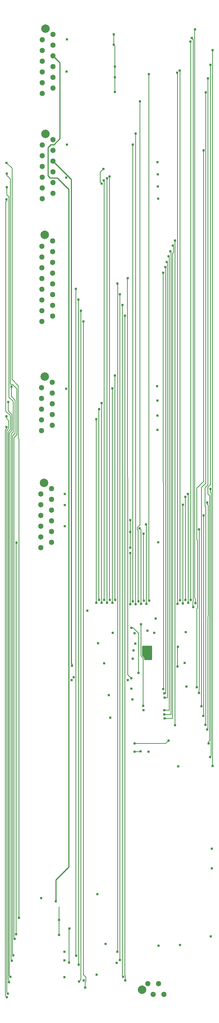
<source format=gbl>
G04 #@! TF.GenerationSoftware,KiCad,Pcbnew,5.1.5-52549c5~84~ubuntu18.04.1*
G04 #@! TF.CreationDate,2020-02-28T12:30:24-05:00*
G04 #@! TF.ProjectId,BMS_peripheral_v2,424d535f-7065-4726-9970-686572616c5f,rev?*
G04 #@! TF.SameCoordinates,Original*
G04 #@! TF.FileFunction,Copper,L4,Bot*
G04 #@! TF.FilePolarity,Positive*
%FSLAX46Y46*%
G04 Gerber Fmt 4.6, Leading zero omitted, Abs format (unit mm)*
G04 Created by KiCad (PCBNEW 5.1.5-52549c5~84~ubuntu18.04.1) date 2020-02-28 12:30:24*
%MOMM*%
%LPD*%
G04 APERTURE LIST*
%ADD10C,2.000000*%
%ADD11C,1.300000*%
%ADD12C,0.609600*%
%ADD13C,0.152400*%
%ADD14C,0.254000*%
G04 APERTURE END LIST*
D10*
X184128000Y-195958000D03*
D11*
X183388000Y-216408000D03*
X185928000Y-215138000D03*
X183388000Y-213868000D03*
X185928000Y-212598000D03*
X183388000Y-211328000D03*
X185928000Y-210058000D03*
X183388000Y-208788000D03*
X185928000Y-207518000D03*
X183388000Y-206248000D03*
X183388000Y-203708000D03*
X183388000Y-201168000D03*
X183388000Y-198628000D03*
X185928000Y-204978000D03*
X185928000Y-197358000D03*
X185928000Y-199898000D03*
X185928000Y-202438000D03*
D10*
X184077200Y-229435200D03*
D11*
X183337200Y-242265200D03*
X185877200Y-240995200D03*
X183337200Y-239725200D03*
X183337200Y-237185200D03*
X183337200Y-234645200D03*
X183337200Y-232105200D03*
X185877200Y-238455200D03*
X185877200Y-230835200D03*
X185877200Y-233375200D03*
X185877200Y-235915200D03*
D10*
X184280400Y-147139200D03*
D11*
X183540400Y-162509200D03*
X186080400Y-161239200D03*
X183540400Y-159969200D03*
X186080400Y-158699200D03*
X183540400Y-157429200D03*
X183540400Y-154889200D03*
X183540400Y-152349200D03*
X183540400Y-149809200D03*
X186080400Y-156159200D03*
X186080400Y-148539200D03*
X186080400Y-151079200D03*
X186080400Y-153619200D03*
D10*
X183899400Y-254581200D03*
D11*
X183159400Y-269951200D03*
X185699400Y-268681200D03*
X183159400Y-267411200D03*
X185699400Y-266141200D03*
X183159400Y-264871200D03*
X183159400Y-262331200D03*
X183159400Y-259791200D03*
X183159400Y-257251200D03*
X185699400Y-263601200D03*
X185699400Y-255981200D03*
X185699400Y-258521200D03*
X185699400Y-261061200D03*
D10*
X184280400Y-172031200D03*
D11*
X183540400Y-187401200D03*
X186080400Y-186131200D03*
X183540400Y-184861200D03*
X186080400Y-183591200D03*
X183540400Y-182321200D03*
X183540400Y-179781200D03*
X183540400Y-177241200D03*
X183540400Y-174701200D03*
X186080400Y-181051200D03*
X186080400Y-173431200D03*
X186080400Y-175971200D03*
X186080400Y-178511200D03*
D10*
X207108600Y-374549800D03*
D11*
X212318600Y-375589800D03*
X209778600Y-375589800D03*
X208508600Y-373049800D03*
X211048600Y-373049800D03*
D12*
X223266600Y-256082800D03*
X223189800Y-319438000D03*
X223800000Y-152250000D03*
X223825400Y-321588000D03*
X223266600Y-155700000D03*
X222885000Y-316255400D03*
X222566600Y-259250000D03*
X222529400Y-312953400D03*
X222733200Y-158950000D03*
X222072200Y-311835800D03*
X221683200Y-262350000D03*
X221625400Y-309738000D03*
X220616400Y-265650000D03*
X220573600Y-304317400D03*
X204550400Y-303313000D03*
X217616999Y-302829599D03*
X220108400Y-302938000D03*
X221666400Y-176000000D03*
X210950000Y-268650000D03*
X177333400Y-361400000D03*
X177400000Y-268800000D03*
X210850000Y-181650000D03*
X175100000Y-181450000D03*
X176988210Y-362450000D03*
X208575400Y-293813000D03*
X207625400Y-295488000D03*
X205550400Y-292638000D03*
X205125400Y-294238000D03*
X205308200Y-316280800D03*
X213410800Y-315595000D03*
X187500000Y-357973800D03*
X187500000Y-361525000D03*
X206832200Y-288036000D03*
X207340200Y-307390800D03*
X204345400Y-283358000D03*
X204360000Y-271240000D03*
X206895400Y-283268000D03*
X206570000Y-265413400D03*
X188830000Y-264880000D03*
X207505400Y-282518000D03*
X207480000Y-266632202D03*
X188820000Y-259830000D03*
X216785400Y-283118000D03*
X216780000Y-259820000D03*
X188800000Y-257260000D03*
X218055400Y-283008000D03*
X218000000Y-257260000D03*
X208145400Y-283208000D03*
X208070000Y-264440000D03*
X217395400Y-282348000D03*
X217340000Y-257910000D03*
X196925400Y-282288000D03*
X196925000Y-237175000D03*
X200115400Y-282978000D03*
X200100000Y-232283400D03*
X189153790Y-232350000D03*
X196325400Y-282988000D03*
X196300000Y-239525000D03*
X200755400Y-282328000D03*
X200720000Y-229190000D03*
X197575400Y-282998000D03*
X197540000Y-235710000D03*
X218922600Y-149402800D03*
X219227400Y-283997400D03*
X189340000Y-149760000D03*
X216135400Y-282358000D03*
X216010000Y-157070000D03*
X219640000Y-147370000D03*
X219710000Y-283108400D03*
X218671935Y-282307123D03*
X218567000Y-150241000D03*
X189240000Y-157380000D03*
X215495400Y-283208000D03*
X215440473Y-157603400D03*
X208775400Y-282468000D03*
X208720000Y-157913400D03*
X206245400Y-282608000D03*
X206603600Y-164388800D03*
X199485400Y-282288000D03*
X199450000Y-182183400D03*
X205595400Y-283318000D03*
X205570000Y-171960000D03*
X198165400Y-282288000D03*
X198090000Y-183090000D03*
X204925400Y-282638000D03*
X204900000Y-174600000D03*
X189331600Y-174574200D03*
X198865400Y-282988000D03*
X198787477Y-182559843D03*
X189141501Y-182398499D03*
X189825000Y-368033400D03*
X189925000Y-360073800D03*
X188750000Y-365550000D03*
X201300000Y-207450000D03*
X201315941Y-365516590D03*
X191500000Y-208725000D03*
X191525000Y-366500000D03*
X188775000Y-367550000D03*
X201875000Y-210000000D03*
X201850000Y-367500000D03*
X192033400Y-211275000D03*
X192100000Y-368575000D03*
X202625000Y-371475000D03*
X188775000Y-371550000D03*
X202450000Y-212575000D03*
X192675000Y-213875000D03*
X192225000Y-372550000D03*
X203025000Y-215075000D03*
X203175000Y-372275000D03*
X193300000Y-372300000D03*
X193675000Y-374000000D03*
X193275000Y-216400000D03*
X200175400Y-290088000D03*
X208375400Y-289588000D03*
X215544400Y-298018200D03*
X215569800Y-293370000D03*
X200450000Y-148550000D03*
X200425000Y-151025000D03*
X200675000Y-156150000D03*
X200675000Y-158675000D03*
X198000000Y-180350000D03*
X197550000Y-183800000D03*
X204366600Y-263450000D03*
X204300000Y-266225000D03*
X204317600Y-269925800D03*
X200710800Y-162179000D03*
X205384400Y-318185800D03*
X206806800Y-318160400D03*
X222199800Y-162250000D03*
X221175200Y-307438000D03*
X210800000Y-178800000D03*
X175051634Y-178900000D03*
X178000000Y-357500000D03*
X210650000Y-231750000D03*
X176183400Y-231850000D03*
X176683400Y-366416635D03*
X210850000Y-184550000D03*
X175100000Y-184700000D03*
X176270874Y-367650000D03*
X210750000Y-235150000D03*
X175433400Y-235450000D03*
X175966064Y-371450000D03*
X210900000Y-187400000D03*
X175051634Y-187600000D03*
X175661254Y-372750000D03*
X210750000Y-238700000D03*
X175051634Y-238900000D03*
X175356444Y-375400000D03*
X210800000Y-242100000D03*
X175051634Y-241400000D03*
X175104994Y-376316498D03*
X211046400Y-364116200D03*
X223391200Y-361932600D03*
X183275000Y-352848800D03*
X201150000Y-368125000D03*
X196400000Y-370941600D03*
X216100600Y-363948200D03*
X223596200Y-345846400D03*
X198526400Y-363702600D03*
X196570600Y-351917000D03*
X210325400Y-286713000D03*
X217425400Y-289963000D03*
X217175400Y-297238000D03*
X204900400Y-296163000D03*
X198125400Y-297263000D03*
X196675400Y-292588000D03*
X199250400Y-304838000D03*
X199575400Y-310138000D03*
X207500400Y-308388000D03*
X204850400Y-305863000D03*
X203750400Y-301238000D03*
X190422200Y-301308800D03*
X205350400Y-290188000D03*
X223621600Y-341172800D03*
X215696800Y-321640200D03*
X208610200Y-318211200D03*
X190931800Y-300634400D03*
X194132200Y-284810200D03*
X190550800Y-297916600D03*
X186715400Y-353618800D03*
X206298800Y-299567600D03*
X210025400Y-290138000D03*
X204546200Y-288899600D03*
X214934800Y-311912000D03*
X214900000Y-197271640D03*
X214366600Y-198475000D03*
X212445600Y-310337200D03*
X213833200Y-199825000D03*
X212394800Y-309397400D03*
X213400000Y-201025000D03*
X212369400Y-308381400D03*
X212991600Y-202375000D03*
X212471000Y-305409600D03*
X212394800Y-304368200D03*
X212625000Y-203600000D03*
X212140800Y-303377600D03*
X212150000Y-204925000D03*
X204575400Y-300863000D03*
X203700000Y-206200000D03*
D13*
X223266600Y-256050000D02*
X223266600Y-256481052D01*
X223292000Y-319379000D02*
X223469200Y-319201800D01*
X223371974Y-256874574D02*
X223469200Y-256971800D01*
X223371974Y-256586426D02*
X223371974Y-256874574D01*
X223266600Y-256481052D02*
X223371974Y-256586426D01*
X223469200Y-256971800D02*
X223469200Y-319201800D01*
X223802000Y-321588000D02*
X223800000Y-321590000D01*
X223825400Y-321588000D02*
X223802000Y-321588000D01*
X223800000Y-152250000D02*
X223800000Y-321590000D01*
X223088200Y-316153800D02*
X222987190Y-316254810D01*
X222987190Y-316254810D02*
X222987190Y-316288000D01*
X223266600Y-255033400D02*
X223266600Y-155700000D01*
X222885000Y-315824348D02*
X223113600Y-315595748D01*
X222885000Y-316255400D02*
X222885000Y-315824348D01*
X223113600Y-315595748D02*
X223113600Y-257632200D01*
X223113600Y-257632200D02*
X222733199Y-257251799D01*
X222733199Y-257251799D02*
X222733199Y-255566801D01*
X222733199Y-255566801D02*
X223266600Y-255033400D01*
X222566600Y-259681052D02*
X222750000Y-259864452D01*
X222566600Y-259250000D02*
X222566600Y-259681052D01*
X222621800Y-312988000D02*
X222707200Y-312902600D01*
X222592000Y-312988000D02*
X222621800Y-312988000D01*
X222750000Y-259864452D02*
X222707200Y-312902600D01*
X222733200Y-255135734D02*
X222033199Y-255835735D01*
X222733200Y-158950000D02*
X222733200Y-255135734D01*
X222033199Y-255835735D02*
X222033199Y-260133199D01*
X222033199Y-260133199D02*
X222216600Y-260316600D01*
X222242000Y-311802400D02*
X222224600Y-311785000D01*
X222242000Y-311838000D02*
X222242000Y-311802400D01*
X222216600Y-260316600D02*
X222224600Y-311785000D01*
X221680800Y-309738000D02*
X221716600Y-309702200D01*
X221625400Y-309738000D02*
X221680800Y-309738000D01*
X221683200Y-262350000D02*
X221716600Y-309702200D01*
X220625400Y-304338000D02*
X220625400Y-304351200D01*
X220625400Y-304351200D02*
X220616400Y-304360200D01*
X220700600Y-265734200D02*
X220616400Y-265650000D01*
X220700600Y-303504600D02*
X220700600Y-265734200D01*
X220573600Y-304317400D02*
X220573600Y-303631600D01*
X220573600Y-303631600D02*
X220700600Y-303504600D01*
X220108400Y-302928400D02*
X220083000Y-302903000D01*
X220108400Y-302938000D02*
X220108400Y-302928400D01*
X220082999Y-267882999D02*
X220083000Y-267883000D01*
X221666400Y-176000000D02*
X221666400Y-254283600D01*
X220108400Y-302938000D02*
X220108400Y-284386400D01*
X220108400Y-284386400D02*
X220268800Y-284226000D01*
X220268800Y-284226000D02*
X220268800Y-268274800D01*
X220065600Y-268071600D02*
X220065600Y-267741400D01*
X220268800Y-268274800D02*
X220065600Y-268071600D01*
X220065600Y-267741400D02*
X220082999Y-267882999D01*
X220082999Y-255862201D02*
X220675200Y-255270000D01*
X220082999Y-267882999D02*
X220082999Y-255862201D01*
X221666400Y-254283600D02*
X220675200Y-255270000D01*
X220675200Y-255270000D02*
X220082999Y-255867001D01*
X177350000Y-268800000D02*
X177350000Y-361383400D01*
X177350000Y-361383400D02*
X177333400Y-361400000D01*
X175100000Y-181881052D02*
X176000000Y-182781052D01*
X175100000Y-181450000D02*
X175100000Y-181881052D01*
X176000000Y-182781052D02*
X176000000Y-231250000D01*
X176439433Y-231316599D02*
X177450000Y-232327166D01*
X176066599Y-231316599D02*
X176439433Y-231316599D01*
X176000000Y-231250000D02*
X176066599Y-231316599D01*
X177450000Y-232327166D02*
X177450000Y-243300000D01*
X177450000Y-243300000D02*
X176800000Y-243950000D01*
X176800000Y-243950000D02*
X176800000Y-362450000D01*
X176800000Y-362450000D02*
X176988210Y-362450000D01*
X205308200Y-316280800D02*
X212725000Y-316280800D01*
X212725000Y-316280800D02*
X213410800Y-315595000D01*
X187500000Y-354875000D02*
X187500000Y-361525000D01*
X206832200Y-295484234D02*
X206832200Y-288036000D01*
X207340200Y-295992234D02*
X206832200Y-295484234D01*
X207340200Y-307390800D02*
X207340200Y-295992234D01*
X204320000Y-271280000D02*
X204360000Y-271240000D01*
X204313200Y-283358000D02*
X204292200Y-283337000D01*
X204345400Y-283358000D02*
X204313200Y-283358000D01*
X204292200Y-283337000D02*
X204320000Y-271280000D01*
X206870000Y-265713400D02*
X206570000Y-265413400D01*
X206895400Y-283299200D02*
X206883000Y-283311600D01*
X206895400Y-283268000D02*
X206895400Y-283299200D01*
X206883000Y-283311600D02*
X206870000Y-265713400D01*
X207480000Y-282511600D02*
X207480000Y-266632202D01*
X207486400Y-282518000D02*
X207480000Y-282511600D01*
X207505400Y-282518000D02*
X207486400Y-282518000D01*
X216760000Y-259840000D02*
X216780000Y-259820000D01*
X216785400Y-283264400D02*
X216760000Y-283289800D01*
X216785400Y-283118000D02*
X216785400Y-283264400D01*
X216760000Y-283289800D02*
X216760000Y-259840000D01*
X218030000Y-257290000D02*
X218000000Y-257260000D01*
X218055400Y-283008000D02*
X218055400Y-283003200D01*
X218055400Y-283003200D02*
X218030000Y-282977800D01*
X218030000Y-282977800D02*
X218030000Y-257290000D01*
X208120000Y-264490000D02*
X208070000Y-264440000D01*
X208145400Y-283208000D02*
X208145400Y-283217600D01*
X208145400Y-283217600D02*
X208127600Y-283235400D01*
X208127600Y-283235400D02*
X208120000Y-264490000D01*
X217370000Y-257940000D02*
X217340000Y-257910000D01*
X217397000Y-282348000D02*
X217398600Y-282346400D01*
X217395400Y-282348000D02*
X217397000Y-282348000D01*
X217398600Y-282346400D02*
X217370000Y-257940000D01*
X196900000Y-237200000D02*
X196925000Y-237175000D01*
X196906800Y-282288000D02*
X196900000Y-282294800D01*
X196925400Y-282288000D02*
X196906800Y-282288000D01*
X196900000Y-282294800D02*
X196900000Y-237200000D01*
X200090000Y-232293400D02*
X200100000Y-232283400D01*
X200115400Y-282843200D02*
X200090000Y-282817800D01*
X200115400Y-282978000D02*
X200115400Y-282843200D01*
X200090000Y-282817800D02*
X200090000Y-232293400D01*
X196325400Y-282972600D02*
X196300000Y-282947200D01*
X196325400Y-282988000D02*
X196325400Y-282972600D01*
X196300000Y-282947200D02*
X196300000Y-239525000D01*
X200730000Y-229200000D02*
X200720000Y-229190000D01*
X200755400Y-282340200D02*
X200730000Y-282365600D01*
X200755400Y-282328000D02*
X200755400Y-282340200D01*
X200730000Y-282365600D02*
X200730000Y-229200000D01*
X197550000Y-235720000D02*
X197540000Y-235710000D01*
X197555400Y-282998000D02*
X197550000Y-282992600D01*
X197575400Y-282998000D02*
X197555400Y-282998000D01*
X197550000Y-282992600D02*
X197550000Y-235720000D01*
X219176600Y-283972000D02*
X219176600Y-284048200D01*
X218922600Y-149402800D02*
X218922600Y-149479000D01*
X219200000Y-149743400D02*
X219125800Y-149682200D01*
X218922600Y-149479000D02*
X219125800Y-149682200D01*
X219125800Y-149682200D02*
X219036600Y-149580000D01*
X219227400Y-282651200D02*
X219227400Y-149707600D01*
X219125800Y-283591000D02*
X219125800Y-282752800D01*
X219125800Y-282752800D02*
X219227400Y-282651200D01*
X219227400Y-283997400D02*
X219227400Y-283692600D01*
X219227400Y-149707600D02*
X218922600Y-149402800D01*
X219227400Y-283692600D02*
X219125800Y-283591000D01*
X216110000Y-157140000D02*
X216040000Y-157070000D01*
X216040000Y-157070000D02*
X216010000Y-157070000D01*
X216135400Y-282358000D02*
X216135400Y-282404000D01*
X216135400Y-282404000D02*
X216110000Y-282429400D01*
X216110000Y-282429400D02*
X216110000Y-157140000D01*
X219570000Y-147460000D02*
X219640000Y-147390000D01*
X219640000Y-147390000D02*
X219640000Y-147370000D01*
X219608400Y-281889200D02*
X219570000Y-147460000D01*
X219710000Y-281990800D02*
X219608400Y-281889200D01*
X219710000Y-283108400D02*
X219710000Y-281990800D01*
X218650000Y-152210000D02*
X218666591Y-152193409D01*
X218666591Y-152193409D02*
X218666591Y-150246138D01*
X218671935Y-282248135D02*
X218650000Y-282226200D01*
X218671935Y-282307123D02*
X218671935Y-282248135D01*
X218650000Y-282226200D02*
X218650000Y-152210000D01*
X215470000Y-157632927D02*
X215440473Y-157603400D01*
X215495400Y-283208200D02*
X215468200Y-283235400D01*
X215495400Y-283208000D02*
X215495400Y-283208200D01*
X215468200Y-283235400D02*
X215470000Y-157632927D01*
X208750000Y-157943400D02*
X208720000Y-157913400D01*
X208775400Y-282511400D02*
X208762600Y-282524200D01*
X208775400Y-282468000D02*
X208775400Y-282511400D01*
X208762600Y-282524200D02*
X208750000Y-157943400D01*
X206036599Y-265669433D02*
X206036599Y-265143401D01*
X206220000Y-265852834D02*
X206036599Y-265669433D01*
X206036599Y-265143401D02*
X206600000Y-264580000D01*
X206245400Y-282628400D02*
X206220000Y-282653800D01*
X206245400Y-282608000D02*
X206245400Y-282628400D01*
X206220000Y-282653800D02*
X206220000Y-265852834D01*
X206552800Y-164388800D02*
X206603600Y-164388800D01*
X206603600Y-164294400D02*
X206600000Y-164290800D01*
X206603600Y-164388800D02*
X206603600Y-164294400D01*
X206600000Y-264580000D02*
X206600000Y-164290800D01*
X199460000Y-182193400D02*
X199450000Y-182183400D01*
X199485400Y-282264000D02*
X199440800Y-282219400D01*
X199485400Y-282288000D02*
X199485400Y-282264000D01*
X199440800Y-282219400D02*
X199460000Y-182193400D01*
X205594000Y-283318000D02*
X205587600Y-283311600D01*
X205595400Y-283318000D02*
X205594000Y-283318000D01*
X205587600Y-283311600D02*
X205570000Y-171960000D01*
X198140000Y-183250000D02*
X198090000Y-183200000D01*
X198090000Y-183200000D02*
X198090000Y-183090000D01*
X198165400Y-282239400D02*
X198140000Y-282214000D01*
X198165400Y-282288000D02*
X198165400Y-282239400D01*
X198140000Y-282214000D02*
X198140000Y-183250000D01*
X204925400Y-282638000D02*
X204925400Y-282649400D01*
X204925400Y-282649400D02*
X204927200Y-282651200D01*
X204927200Y-282651200D02*
X204900000Y-174600000D01*
X198840000Y-182530000D02*
X198817320Y-182530000D01*
X198817320Y-182530000D02*
X198787477Y-182559843D01*
X198865400Y-282939400D02*
X198840000Y-282914000D01*
X198865400Y-282988000D02*
X198865400Y-282939400D01*
X198840000Y-282914000D02*
X198840000Y-182530000D01*
D14*
X189843000Y-360073800D02*
X189814200Y-360045000D01*
X189925000Y-360073800D02*
X189843000Y-360073800D01*
D13*
X189825000Y-368033400D02*
X189814200Y-360045000D01*
X201325000Y-207500000D02*
X201325000Y-365550000D01*
X191500000Y-208725000D02*
X191500000Y-366475000D01*
X191500000Y-366475000D02*
X191525000Y-366500000D01*
X201850000Y-210439452D02*
X201850000Y-367500000D01*
X201866600Y-210439452D02*
X201850000Y-210439452D01*
X201875000Y-210431052D02*
X201866600Y-210439452D01*
X201875000Y-210000000D02*
X201875000Y-210431052D01*
X192033400Y-211275000D02*
X192033400Y-366218966D01*
X192100000Y-366285566D02*
X192100000Y-368575000D01*
X192033400Y-366218966D02*
X192100000Y-366285566D01*
X202450000Y-212550000D02*
X202450000Y-371425000D01*
X202675000Y-371425000D02*
X202625000Y-371475000D01*
X192675000Y-213875000D02*
X192675000Y-372100000D01*
X192675000Y-372100000D02*
X192225000Y-372550000D01*
X203158401Y-371218967D02*
X203158401Y-371891599D01*
X203025000Y-215075000D02*
X203025000Y-371085566D01*
X203025000Y-371085566D02*
X203158401Y-371218967D01*
X203158401Y-371891599D02*
X203175000Y-371908198D01*
X203175000Y-371908198D02*
X203175000Y-372275000D01*
X193833401Y-372556033D02*
X193833401Y-371533401D01*
X193675000Y-374000000D02*
X193675000Y-372714434D01*
X193675000Y-372714434D02*
X193833401Y-372556033D01*
X193833401Y-371533401D02*
X193275000Y-370975000D01*
X193275000Y-370975000D02*
X193275000Y-216400000D01*
X215544400Y-293395400D02*
X215569800Y-293370000D01*
X215544400Y-298018200D02*
X215544400Y-293395400D01*
X204317600Y-266242600D02*
X204300000Y-266225000D01*
X204317600Y-269925800D02*
X204317600Y-266242600D01*
X204300000Y-263516600D02*
X204366600Y-263450000D01*
X204300000Y-266225000D02*
X204300000Y-263516600D01*
X200710800Y-158710800D02*
X200675000Y-158675000D01*
X200710800Y-162179000D02*
X200710800Y-158710800D01*
X200675000Y-158675000D02*
X200675000Y-156150000D01*
X200675000Y-151275000D02*
X200425000Y-151025000D01*
X200675000Y-156150000D02*
X200675000Y-151275000D01*
X200425000Y-148575000D02*
X200450000Y-148550000D01*
X200425000Y-151025000D02*
X200425000Y-148575000D01*
X197245201Y-181104799D02*
X198000000Y-180350000D01*
X197245201Y-183495201D02*
X197245201Y-181104799D01*
X197550000Y-183800000D02*
X197245201Y-183495201D01*
X205384400Y-318185800D02*
X206781400Y-318185800D01*
X206781400Y-318185800D02*
X206806800Y-318160400D01*
X222199800Y-162250000D02*
X222199800Y-254700200D01*
X221149799Y-255750201D02*
X221149799Y-263049799D01*
X222199800Y-254700200D02*
X221149799Y-255750201D01*
X221149799Y-263049799D02*
X221149800Y-263049800D01*
X221175200Y-307433600D02*
X221149800Y-307408200D01*
X221175200Y-307438000D02*
X221175200Y-307433600D01*
X221149800Y-263049800D02*
X221149800Y-307408200D01*
X175051634Y-178900000D02*
X176350000Y-180198366D01*
X176350000Y-180198366D02*
X176350000Y-230150000D01*
X176350000Y-230150000D02*
X177850000Y-231650000D01*
X177850000Y-231650000D02*
X177850000Y-244000000D01*
X178000000Y-244150000D02*
X178000000Y-357500000D01*
X177850000Y-244000000D02*
X178000000Y-244150000D01*
X176183400Y-231850000D02*
X176183400Y-234133400D01*
X176183400Y-234133400D02*
X177100000Y-235050000D01*
X177100000Y-235050000D02*
X177100000Y-242900000D01*
X177100000Y-242900000D02*
X176454810Y-243545190D01*
X176454810Y-243545190D02*
X176454810Y-366188045D01*
X176454810Y-366188045D02*
X176683400Y-366416635D01*
X175100000Y-184700000D02*
X175100000Y-186450000D01*
X175100000Y-186450000D02*
X175650000Y-187000000D01*
X175650000Y-187000000D02*
X175650000Y-234400000D01*
X176604810Y-235354810D02*
X176604810Y-242595190D01*
X175650000Y-234400000D02*
X176604810Y-235354810D01*
X176604810Y-242595190D02*
X176150000Y-243050000D01*
X176150000Y-243050000D02*
X176150000Y-367529126D01*
X176150000Y-367529126D02*
X176270874Y-367650000D01*
X175433400Y-237233400D02*
X175433400Y-237383400D01*
X175433400Y-237233400D02*
X175433400Y-237583400D01*
X175433400Y-235450000D02*
X175433400Y-237233400D01*
X175433400Y-237583400D02*
X176300000Y-238450000D01*
X176300000Y-238450000D02*
X176300000Y-242300000D01*
X176300000Y-242300000D02*
X175737474Y-242862526D01*
X175737474Y-242862526D02*
X175737474Y-371221410D01*
X175737474Y-371221410D02*
X175966064Y-371450000D01*
X175550000Y-372861254D02*
X175661254Y-372750000D01*
X175661254Y-372318948D02*
X175661254Y-372750000D01*
X175432664Y-372150000D02*
X175492306Y-372150000D01*
X175432664Y-242567336D02*
X175432664Y-372150000D01*
X175550000Y-242400000D02*
X175550000Y-242450000D01*
X175051634Y-187600000D02*
X175051634Y-188031052D01*
X175950000Y-242000000D02*
X175550000Y-242400000D01*
X175051634Y-188031052D02*
X174900000Y-188182686D01*
X175550000Y-242450000D02*
X175432664Y-242567336D01*
X174900000Y-237650000D02*
X175950000Y-238700000D01*
X175492306Y-372150000D02*
X175661254Y-372318948D01*
X174900000Y-188182686D02*
X174900000Y-237650000D01*
X175950000Y-238700000D02*
X175950000Y-242000000D01*
X175585035Y-239864453D02*
X175585035Y-241764965D01*
X175051634Y-238900000D02*
X175051634Y-239331052D01*
X175051634Y-239331052D02*
X175585035Y-239864453D01*
X175585035Y-241764965D02*
X175127854Y-242222146D01*
X175127854Y-242222146D02*
X175127854Y-375171410D01*
X175127854Y-375171410D02*
X175356444Y-375400000D01*
X175051634Y-241831052D02*
X174823044Y-242059642D01*
X175051634Y-241400000D02*
X175051634Y-241831052D01*
X174823044Y-242059642D02*
X174823044Y-375790096D01*
X174834848Y-376046351D02*
X175104994Y-376316498D01*
X174830346Y-375996043D02*
X174834848Y-376046351D01*
X174824908Y-375894566D02*
X174830346Y-375996043D01*
X174823044Y-375790096D02*
X174824908Y-375894566D01*
D14*
X190550800Y-297485548D02*
X190398400Y-297333148D01*
X190550800Y-297916600D02*
X190550800Y-297485548D01*
X190398400Y-297333148D02*
X190398400Y-182829200D01*
X190398400Y-182829200D02*
X186080400Y-178511200D01*
X186715400Y-350520000D02*
X186715400Y-348488000D01*
X186715400Y-348488000D02*
X189738000Y-345465400D01*
X189738000Y-345465400D02*
X189738000Y-185166000D01*
X189738000Y-185166000D02*
X187096400Y-182524400D01*
X187096400Y-182524400D02*
X185369200Y-182524400D01*
X185369200Y-182524400D02*
X184861200Y-182016400D01*
X184861200Y-182016400D02*
X184861200Y-175285400D01*
X184861200Y-175285400D02*
X185572400Y-174574200D01*
X185572400Y-174574200D02*
X186309000Y-174574200D01*
X186309000Y-174574200D02*
X187680600Y-173202600D01*
X187680600Y-155219400D02*
X186080400Y-153619200D01*
X187680600Y-173202600D02*
X187680600Y-155219400D01*
X186715400Y-350520000D02*
X186715400Y-353618800D01*
D13*
X206298800Y-290221148D02*
X206298800Y-299567600D01*
X204977252Y-288899600D02*
X206298800Y-290221148D01*
X204546200Y-288899600D02*
X204977252Y-288899600D01*
X215075400Y-312001800D02*
X214934800Y-311861200D01*
X215075400Y-312038000D02*
X215075400Y-312001800D01*
X214934800Y-311861200D02*
X214900000Y-197271640D01*
X214579200Y-200101200D02*
X214579200Y-198687600D01*
X214350600Y-200329800D02*
X214579200Y-200101200D01*
X212445600Y-310337200D02*
X214350600Y-310337200D01*
X214579200Y-198687600D02*
X214366600Y-198475000D01*
X214350600Y-310337200D02*
X214350600Y-200329800D01*
X213950000Y-199941800D02*
X213833200Y-199825000D01*
X212394800Y-309397400D02*
X213944200Y-309397400D01*
X213944200Y-309397400D02*
X213950000Y-199941800D01*
X213525000Y-201150000D02*
X213400000Y-201025000D01*
X212369400Y-308381400D02*
X213537800Y-308381400D01*
X213537800Y-308381400D02*
X213525000Y-201150000D01*
X213175000Y-202375000D02*
X212991600Y-202375000D01*
X212521800Y-305460400D02*
X213131400Y-305460400D01*
X212471000Y-305409600D02*
X212521800Y-305460400D01*
X213131400Y-305460400D02*
X213175000Y-202375000D01*
X212700000Y-203675000D02*
X212625000Y-203600000D01*
X212394800Y-304368200D02*
X212699600Y-304368200D01*
X212699600Y-304368200D02*
X212700000Y-203675000D01*
X212175400Y-303310600D02*
X212166200Y-303301400D01*
X212175400Y-303363000D02*
X212175400Y-303310600D01*
X212166200Y-303301400D02*
X212150000Y-204925000D01*
X203675000Y-206225000D02*
X203700000Y-206200000D01*
X203708000Y-299995600D02*
X203708000Y-299618400D01*
X204575400Y-300863000D02*
X203708000Y-299995600D01*
X203708000Y-299618400D02*
X203675000Y-206225000D01*
D14*
G36*
X209296000Y-296367200D02*
G01*
X207695800Y-296367200D01*
X207695800Y-296009686D01*
X207697519Y-295992233D01*
X207695800Y-295974780D01*
X207695800Y-295974771D01*
X207690654Y-295922524D01*
X207670321Y-295855494D01*
X207637301Y-295793718D01*
X207632044Y-295787312D01*
X207603995Y-295753134D01*
X207603990Y-295753129D01*
X207592863Y-295739571D01*
X207579305Y-295728444D01*
X207187800Y-295336941D01*
X207187800Y-293243000D01*
X209296000Y-293243000D01*
X209296000Y-296367200D01*
G37*
X209296000Y-296367200D02*
X207695800Y-296367200D01*
X207695800Y-296009686D01*
X207697519Y-295992233D01*
X207695800Y-295974780D01*
X207695800Y-295974771D01*
X207690654Y-295922524D01*
X207670321Y-295855494D01*
X207637301Y-295793718D01*
X207632044Y-295787312D01*
X207603995Y-295753134D01*
X207603990Y-295753129D01*
X207592863Y-295739571D01*
X207579305Y-295728444D01*
X207187800Y-295336941D01*
X207187800Y-293243000D01*
X209296000Y-293243000D01*
X209296000Y-296367200D01*
M02*

</source>
